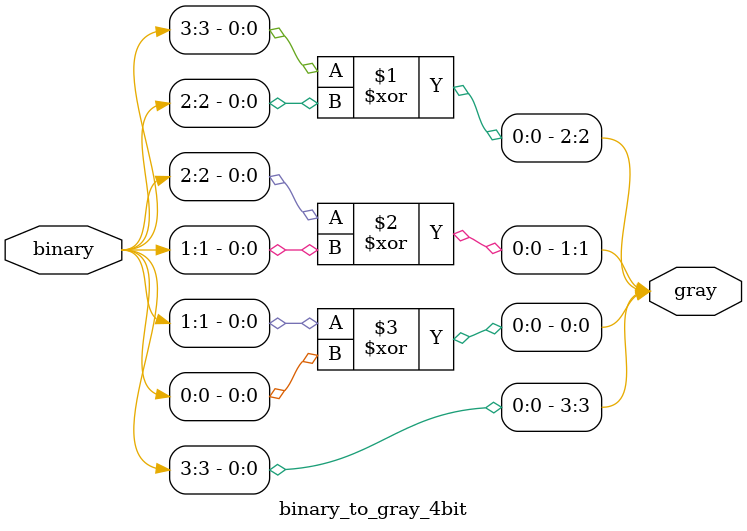
<source format=v>
module binary_to_gray_4bit(
    input [3:0] binary,
    output [3:0] gray
);

    assign gray[3] = binary[3];
    assign gray[2] = binary[3] ^ binary[2];
    assign gray[1] = binary[2] ^ binary[1];
    assign gray[0] = binary[1] ^ binary[0];


endmodule
</source>
